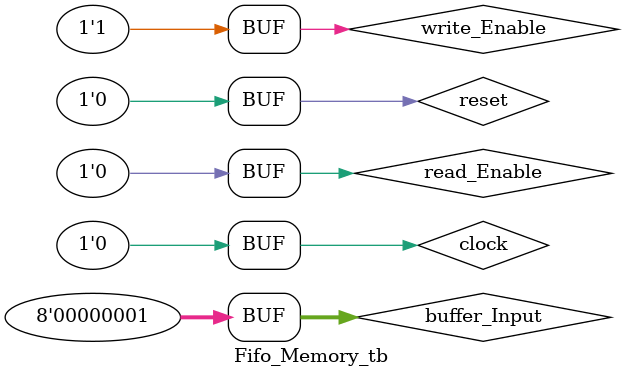
<source format=v>
module Fifo_Memory_tb();

    reg clock;
    reg reset;
    reg write_Enable;
    reg read_Enable;    
    reg [7:0] buffer_Input;

    wire [7:0] buffer_Output;
    wire sig_Full;
    wire sig_Empty;


    Fifo_Memory uut(
    .clock(clock),
    .reset(reset),
    .write_Enable(write_Enable),
    .read_Enable(read_Enable),
    .buffer_Input(buffer_Input),
    .buffer_Output(buffer_Output),
    .sig_Full(sig_Full),
    .sig_Empty(sig_Empty)
    );

    initial begin
        $dumpfile("Fifo_Memory_tb.vcd");
        $dumpvars(0,Fifo_Memory_tb);

        clock = 0;
        reset = 0;
        write_Enable = 1;
        read_Enable = 0;
        buffer_Input = 8'd1;
    end

endmodule 

</source>
